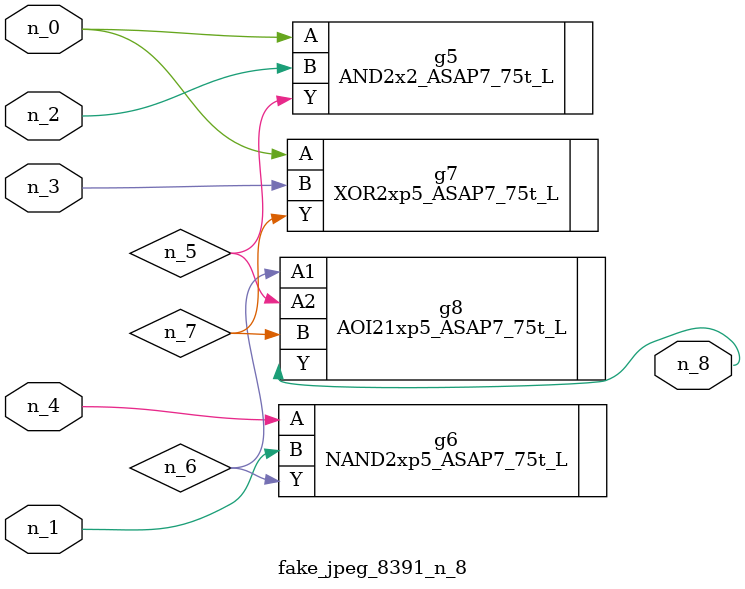
<source format=v>
module fake_jpeg_8391_n_8 (n_3, n_2, n_1, n_0, n_4, n_8);

input n_3;
input n_2;
input n_1;
input n_0;
input n_4;

output n_8;

wire n_6;
wire n_5;
wire n_7;

AND2x2_ASAP7_75t_L g5 ( 
.A(n_0),
.B(n_2),
.Y(n_5)
);

NAND2xp5_ASAP7_75t_L g6 ( 
.A(n_4),
.B(n_1),
.Y(n_6)
);

XOR2xp5_ASAP7_75t_L g7 ( 
.A(n_0),
.B(n_3),
.Y(n_7)
);

AOI21xp5_ASAP7_75t_L g8 ( 
.A1(n_6),
.A2(n_5),
.B(n_7),
.Y(n_8)
);


endmodule
</source>
